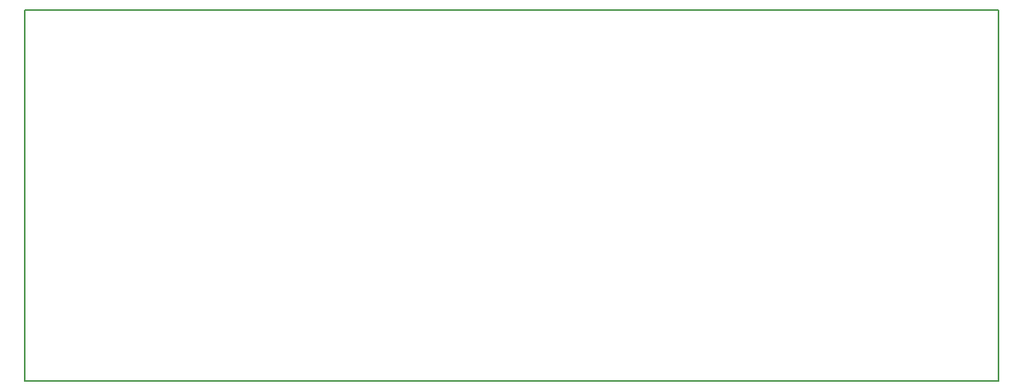
<source format=gbr>
G04 #@! TF.FileFunction,Profile,NP*
%FSLAX46Y46*%
G04 Gerber Fmt 4.6, Leading zero omitted, Abs format (unit mm)*
G04 Created by KiCad (PCBNEW 4.0.1-stable) date 05.07.2016 19:52:17*
%MOMM*%
G01*
G04 APERTURE LIST*
%ADD10C,0.100000*%
%ADD11C,0.150000*%
G04 APERTURE END LIST*
D10*
D11*
X38100000Y-144780000D02*
X38100000Y-104140000D01*
X144780000Y-144780000D02*
X38100000Y-144780000D01*
X144780000Y-104140000D02*
X144780000Y-144780000D01*
X38100000Y-104140000D02*
X144780000Y-104140000D01*
M02*

</source>
